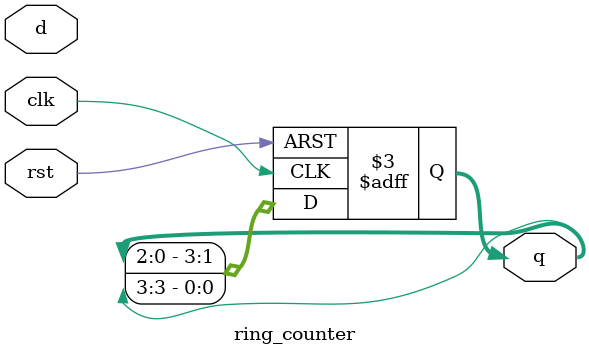
<source format=v>
module ring_counter(input d,clk,rst,output reg [3:0]q);

always@(posedge clk or negedge rst)begin
	if(!rst)
		q <= 4'b0001;
		else
			q <= {q[2:0],q[3]};
	end
	endmodule


</source>
